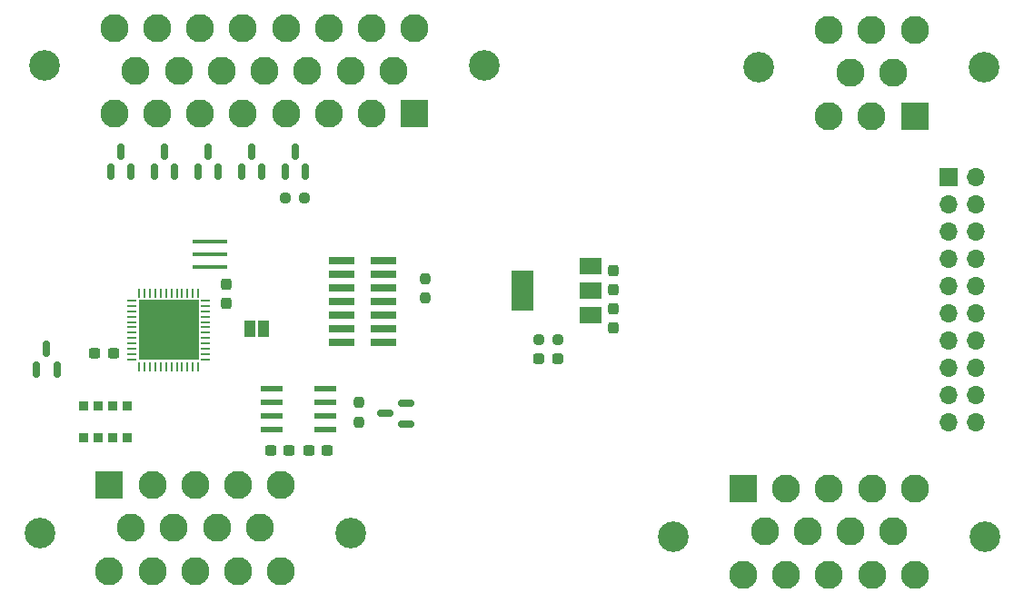
<source format=gbr>
%TF.GenerationSoftware,KiCad,Pcbnew,(6.0.1)*%
%TF.CreationDate,2022-02-14T11:56:50-05:00*%
%TF.ProjectId,driver-control-board,64726976-6572-42d6-936f-6e74726f6c2d,rev?*%
%TF.SameCoordinates,Original*%
%TF.FileFunction,Soldermask,Top*%
%TF.FilePolarity,Negative*%
%FSLAX46Y46*%
G04 Gerber Fmt 4.6, Leading zero omitted, Abs format (unit mm)*
G04 Created by KiCad (PCBNEW (6.0.1)) date 2022-02-14 11:56:50*
%MOMM*%
%LPD*%
G01*
G04 APERTURE LIST*
G04 Aperture macros list*
%AMRoundRect*
0 Rectangle with rounded corners*
0 $1 Rounding radius*
0 $2 $3 $4 $5 $6 $7 $8 $9 X,Y pos of 4 corners*
0 Add a 4 corners polygon primitive as box body*
4,1,4,$2,$3,$4,$5,$6,$7,$8,$9,$2,$3,0*
0 Add four circle primitives for the rounded corners*
1,1,$1+$1,$2,$3*
1,1,$1+$1,$4,$5*
1,1,$1+$1,$6,$7*
1,1,$1+$1,$8,$9*
0 Add four rect primitives between the rounded corners*
20,1,$1+$1,$2,$3,$4,$5,0*
20,1,$1+$1,$4,$5,$6,$7,0*
20,1,$1+$1,$6,$7,$8,$9,0*
20,1,$1+$1,$8,$9,$2,$3,0*%
G04 Aperture macros list end*
%ADD10C,2.850000*%
%ADD11R,2.625000X2.625000*%
%ADD12C,2.625000*%
%ADD13RoundRect,0.237500X0.300000X0.237500X-0.300000X0.237500X-0.300000X-0.237500X0.300000X-0.237500X0*%
%ADD14RoundRect,0.237500X-0.237500X0.250000X-0.237500X-0.250000X0.237500X-0.250000X0.237500X0.250000X0*%
%ADD15RoundRect,0.237500X-0.250000X-0.237500X0.250000X-0.237500X0.250000X0.237500X-0.250000X0.237500X0*%
%ADD16RoundRect,0.237500X-0.300000X-0.237500X0.300000X-0.237500X0.300000X0.237500X-0.300000X0.237500X0*%
%ADD17RoundRect,0.062500X-0.062500X0.375000X-0.062500X-0.375000X0.062500X-0.375000X0.062500X0.375000X0*%
%ADD18RoundRect,0.062500X-0.375000X0.062500X-0.375000X-0.062500X0.375000X-0.062500X0.375000X0.062500X0*%
%ADD19R,5.600000X5.600000*%
%ADD20RoundRect,0.041300X-0.943700X-0.253700X0.943700X-0.253700X0.943700X0.253700X-0.943700X0.253700X0*%
%ADD21RoundRect,0.237500X-0.237500X0.300000X-0.237500X-0.300000X0.237500X-0.300000X0.237500X0.300000X0*%
%ADD22R,0.900000X0.900000*%
%ADD23RoundRect,0.150000X0.150000X-0.587500X0.150000X0.587500X-0.150000X0.587500X-0.150000X-0.587500X0*%
%ADD24R,1.000000X1.500000*%
%ADD25RoundRect,0.237500X0.250000X0.237500X-0.250000X0.237500X-0.250000X-0.237500X0.250000X-0.237500X0*%
%ADD26R,2.000000X1.500000*%
%ADD27R,2.000000X3.800000*%
%ADD28R,1.700000X1.700000*%
%ADD29O,1.700000X1.700000*%
%ADD30RoundRect,0.237500X-0.287500X-0.237500X0.287500X-0.237500X0.287500X0.237500X-0.287500X0.237500X0*%
%ADD31RoundRect,0.150000X0.587500X0.150000X-0.587500X0.150000X-0.587500X-0.150000X0.587500X-0.150000X0*%
%ADD32R,2.400000X0.740000*%
%ADD33R,3.200000X0.400000*%
%ADD34RoundRect,0.237500X0.237500X-0.250000X0.237500X0.250000X-0.237500X0.250000X-0.237500X-0.250000X0*%
G04 APERTURE END LIST*
D10*
%TO.C,J4*%
X108862000Y-84908000D03*
X67862000Y-84908000D03*
D11*
X102362000Y-89408000D03*
D12*
X98362000Y-89408000D03*
X94362000Y-89408000D03*
X90362000Y-89408000D03*
X86362000Y-89408000D03*
X82362000Y-89408000D03*
X78362000Y-89408000D03*
X74362000Y-89408000D03*
X100362000Y-85408000D03*
X96362000Y-85408000D03*
X92362000Y-85408000D03*
X88362000Y-85408000D03*
X84362000Y-85408000D03*
X80362000Y-85408000D03*
X76362000Y-85408000D03*
X102362000Y-81408000D03*
X98362000Y-81408000D03*
X94362000Y-81408000D03*
X90362000Y-81408000D03*
X86362000Y-81408000D03*
X82362000Y-81408000D03*
X78362000Y-81408000D03*
X74362000Y-81408000D03*
%TD*%
D13*
%TO.C,C12*%
X90651500Y-120777000D03*
X88926500Y-120777000D03*
%TD*%
D14*
%TO.C,R6*%
X97155000Y-116308500D03*
X97155000Y-118133500D03*
%TD*%
D15*
%TO.C,R1*%
X90273500Y-97282000D03*
X92098500Y-97282000D03*
%TD*%
D16*
%TO.C,C8*%
X92482500Y-120777000D03*
X94207500Y-120777000D03*
%TD*%
D10*
%TO.C,J3*%
X155448000Y-85090000D03*
X134448000Y-85090000D03*
D11*
X148948000Y-89590000D03*
D12*
X144948000Y-89590000D03*
X140948000Y-89590000D03*
X146948000Y-85590000D03*
X142948000Y-85590000D03*
X148948000Y-81590000D03*
X144948000Y-81590000D03*
X140948000Y-81590000D03*
%TD*%
D17*
%TO.C,U1*%
X82189200Y-106121200D03*
X81689200Y-106121200D03*
X81189200Y-106121200D03*
X80689200Y-106121200D03*
X80189200Y-106121200D03*
X79689200Y-106121200D03*
X79189200Y-106121200D03*
X78689200Y-106121200D03*
X78189200Y-106121200D03*
X77689200Y-106121200D03*
X77189200Y-106121200D03*
X76689200Y-106121200D03*
D18*
X76001700Y-106808700D03*
X76001700Y-107308700D03*
X76001700Y-107808700D03*
X76001700Y-108308700D03*
X76001700Y-108808700D03*
X76001700Y-109308700D03*
X76001700Y-109808700D03*
X76001700Y-110308700D03*
X76001700Y-110808700D03*
X76001700Y-111308700D03*
X76001700Y-111808700D03*
X76001700Y-112308700D03*
D17*
X76689200Y-112996200D03*
X77189200Y-112996200D03*
X77689200Y-112996200D03*
X78189200Y-112996200D03*
X78689200Y-112996200D03*
X79189200Y-112996200D03*
X79689200Y-112996200D03*
X80189200Y-112996200D03*
X80689200Y-112996200D03*
X81189200Y-112996200D03*
X81689200Y-112996200D03*
X82189200Y-112996200D03*
D18*
X82876700Y-112308700D03*
X82876700Y-111808700D03*
X82876700Y-111308700D03*
X82876700Y-110808700D03*
X82876700Y-110308700D03*
X82876700Y-109808700D03*
X82876700Y-109308700D03*
X82876700Y-108808700D03*
X82876700Y-108308700D03*
X82876700Y-107808700D03*
X82876700Y-107308700D03*
X82876700Y-106808700D03*
D19*
X79439200Y-109558700D03*
%TD*%
D20*
%TO.C,U4*%
X89039000Y-115036600D03*
X89039000Y-116306600D03*
X89039000Y-117576600D03*
X89039000Y-118846600D03*
X93989000Y-118846600D03*
X93989000Y-117576600D03*
X93989000Y-116306600D03*
X93989000Y-115036600D03*
%TD*%
D21*
%TO.C,C1*%
X120904000Y-104039500D03*
X120904000Y-105764500D03*
%TD*%
D22*
%TO.C,RN1*%
X75533000Y-116610000D03*
X74193000Y-116610000D03*
X72873000Y-116610000D03*
X71533000Y-116610000D03*
X71533000Y-119610000D03*
X72873000Y-119610000D03*
X74193000Y-119610000D03*
X75533000Y-119610000D03*
%TD*%
D23*
%TO.C,Q1*%
X90286800Y-94815900D03*
X92186800Y-94815900D03*
X91236800Y-92940900D03*
%TD*%
D10*
%TO.C,J6*%
X155470000Y-128853500D03*
X126470000Y-128853500D03*
D11*
X132970000Y-124353500D03*
D12*
X136970000Y-124353500D03*
X140970000Y-124353500D03*
X144970000Y-124353500D03*
X148970000Y-124353500D03*
X134970000Y-128353500D03*
X138970000Y-128353500D03*
X142970000Y-128353500D03*
X146970000Y-128353500D03*
X132970000Y-132353500D03*
X136970000Y-132353500D03*
X140970000Y-132353500D03*
X144970000Y-132353500D03*
X148970000Y-132353500D03*
%TD*%
D21*
%TO.C,C6*%
X120904000Y-107595500D03*
X120904000Y-109320500D03*
%TD*%
D24*
%TO.C,JP1*%
X88280000Y-109474000D03*
X86980000Y-109474000D03*
%TD*%
D25*
%TO.C,R2*%
X115720500Y-110490000D03*
X113895500Y-110490000D03*
%TD*%
D13*
%TO.C,C4*%
X74268500Y-111760000D03*
X72543500Y-111760000D03*
%TD*%
D10*
%TO.C,J2*%
X67415000Y-128516000D03*
X96415000Y-128516000D03*
D11*
X73915000Y-124016000D03*
D12*
X77915000Y-124016000D03*
X81915000Y-124016000D03*
X85915000Y-124016000D03*
X89915000Y-124016000D03*
X75915000Y-128016000D03*
X79915000Y-128016000D03*
X83915000Y-128016000D03*
X87915000Y-128016000D03*
X73915000Y-132016000D03*
X77915000Y-132016000D03*
X81915000Y-132016000D03*
X85915000Y-132016000D03*
X89915000Y-132016000D03*
%TD*%
D26*
%TO.C,U3*%
X118720000Y-108175500D03*
D27*
X112420000Y-105875500D03*
D26*
X118720000Y-105875500D03*
X118720000Y-103575500D03*
%TD*%
D28*
%TO.C,J5*%
X152084000Y-95255000D03*
D29*
X154624000Y-95255000D03*
X152084000Y-97795000D03*
X154624000Y-97795000D03*
X152084000Y-100335000D03*
X154624000Y-100335000D03*
X152084000Y-102875000D03*
X154624000Y-102875000D03*
X152084000Y-105415000D03*
X154624000Y-105415000D03*
X152084000Y-107955000D03*
X154624000Y-107955000D03*
X152084000Y-110495000D03*
X154624000Y-110495000D03*
X152084000Y-113035000D03*
X154624000Y-113035000D03*
X152084000Y-115575000D03*
X154624000Y-115575000D03*
X152084000Y-118115000D03*
X154624000Y-118115000D03*
%TD*%
D30*
%TO.C,D1*%
X113933000Y-112268000D03*
X115683000Y-112268000D03*
%TD*%
D23*
%TO.C,D6*%
X86222800Y-94815900D03*
X88122800Y-94815900D03*
X87172800Y-92940900D03*
%TD*%
%TO.C,D4*%
X78094800Y-94815900D03*
X79994800Y-94815900D03*
X79044800Y-92940900D03*
%TD*%
D31*
%TO.C,D9*%
X101521500Y-118298000D03*
X101521500Y-116398000D03*
X99646500Y-117348000D03*
%TD*%
D21*
%TO.C,C10*%
X84836000Y-105309500D03*
X84836000Y-107034500D03*
%TD*%
D32*
%TO.C,J7*%
X99486000Y-110744000D03*
X95586000Y-110744000D03*
X99486000Y-109474000D03*
X95586000Y-109474000D03*
X99486000Y-108204000D03*
X95586000Y-108204000D03*
X99486000Y-106934000D03*
X95586000Y-106934000D03*
X99486000Y-105664000D03*
X95586000Y-105664000D03*
X99486000Y-104394000D03*
X95586000Y-104394000D03*
X99486000Y-103124000D03*
X95586000Y-103124000D03*
%TD*%
D23*
%TO.C,D2*%
X67122000Y-113205500D03*
X69022000Y-113205500D03*
X68072000Y-111330500D03*
%TD*%
%TO.C,D5*%
X82158800Y-94815900D03*
X84058800Y-94815900D03*
X83108800Y-92940900D03*
%TD*%
D33*
%TO.C,Y1*%
X83312000Y-103714400D03*
X83312000Y-102514400D03*
X83312000Y-101314400D03*
%TD*%
D23*
%TO.C,D3*%
X74030800Y-94815900D03*
X75930800Y-94815900D03*
X74980800Y-92940900D03*
%TD*%
D34*
%TO.C,R10*%
X103378000Y-106576500D03*
X103378000Y-104751500D03*
%TD*%
M02*

</source>
